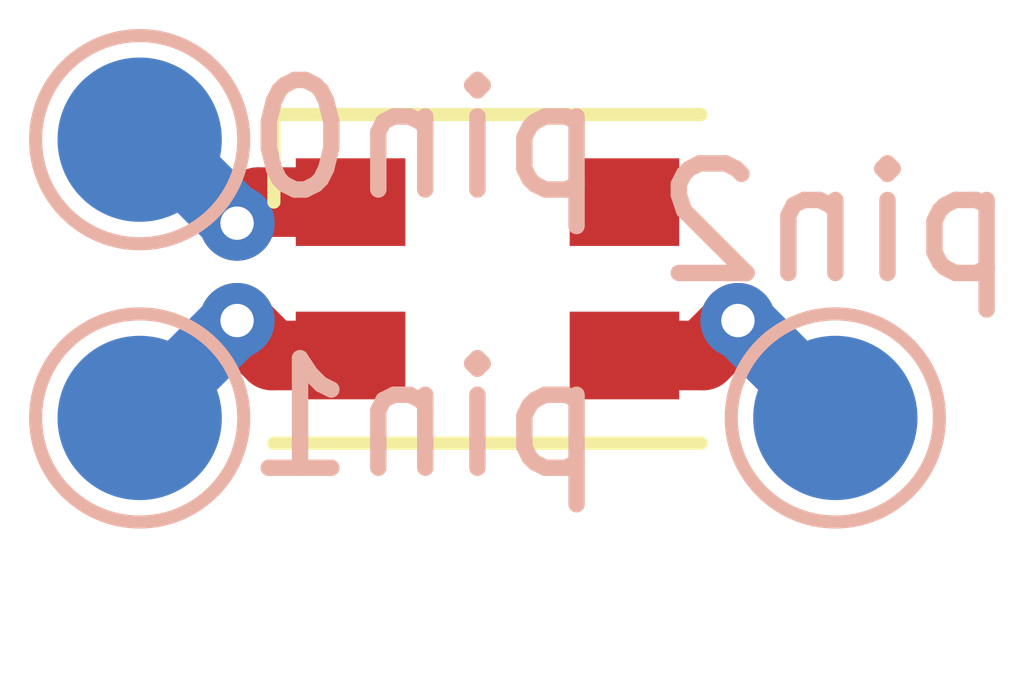
<source format=kicad_pcb>
(kicad_pcb (version 20171130) (host pcbnew "(5.1.9-0-10_14)")

  (general
    (thickness 1.6)
    (drawings 3)
    (tracks 13)
    (zones 0)
    (modules 4)
    (nets 5)
  )

  (page A4)
  (layers
    (0 F.Cu signal)
    (31 B.Cu signal)
    (32 B.Adhes user)
    (33 F.Adhes user)
    (34 B.Paste user)
    (35 F.Paste user)
    (36 B.SilkS user)
    (37 F.SilkS user)
    (38 B.Mask user)
    (39 F.Mask user)
    (40 Dwgs.User user)
    (41 Cmts.User user)
    (42 Eco1.User user)
    (43 Eco2.User user)
    (44 Edge.Cuts user)
    (45 Margin user)
    (46 B.CrtYd user hide)
    (47 F.CrtYd user hide)
    (48 B.Fab user hide)
    (49 F.Fab user hide)
  )

  (setup
    (last_trace_width 0.1524)
    (user_trace_width 0.1524)
    (user_trace_width 0.254)
    (user_trace_width 0.4064)
    (user_trace_width 0.635)
    (trace_clearance 0.1524)
    (zone_clearance 0.508)
    (zone_45_only no)
    (trace_min 0.1524)
    (via_size 0.6858)
    (via_drill 0.3048)
    (via_min_size 0.6858)
    (via_min_drill 0.3048)
    (uvia_size 0.3048)
    (uvia_drill 0.1524)
    (uvias_allowed no)
    (uvia_min_size 0.2)
    (uvia_min_drill 0.1)
    (edge_width 0.15)
    (segment_width 0.15)
    (pcb_text_width 0.3)
    (pcb_text_size 1.5 1.5)
    (mod_edge_width 0.15)
    (mod_text_size 1 1)
    (mod_text_width 0.15)
    (pad_size 1.8 1.8)
    (pad_drill 0.9)
    (pad_to_mask_clearance 0.2)
    (aux_axis_origin 0 0)
    (visible_elements FFFFFF7F)
    (pcbplotparams
      (layerselection 0x010fc_ffffffff)
      (usegerberextensions false)
      (usegerberattributes false)
      (usegerberadvancedattributes false)
      (creategerberjobfile false)
      (excludeedgelayer true)
      (linewidth 0.100000)
      (plotframeref false)
      (viasonmask false)
      (mode 1)
      (useauxorigin false)
      (hpglpennumber 1)
      (hpglpenspeed 20)
      (hpglpendiameter 15.000000)
      (psnegative false)
      (psa4output false)
      (plotreference true)
      (plotvalue true)
      (plotinvisibletext false)
      (padsonsilk false)
      (subtractmaskfromsilk false)
      (outputformat 1)
      (mirror false)
      (drillshape 1)
      (scaleselection 1)
      (outputdirectory ""))
  )

  (net 0 "")
  (net 1 "Net-(D1-Pad1)")
  (net 2 "Net-(D1-Pad3)")
  (net 3 +3V3)
  (net 4 "Net-(D1-Pad2)")

  (net_class Default "This is the default net class."
    (clearance 0.1524)
    (trace_width 0.1524)
    (via_dia 0.6858)
    (via_drill 0.3048)
    (uvia_dia 0.3048)
    (uvia_drill 0.1524)
    (diff_pair_width 0.1524)
    (diff_pair_gap 0.1524)
    (add_net +3V3)
    (add_net "Net-(D1-Pad1)")
    (add_net "Net-(D1-Pad2)")
    (add_net "Net-(D1-Pad3)")
  )

  (module TestPoint:TestPoint_Pad_D1.5mm (layer B.Cu) (tedit 5A0F774F) (tstamp 60B93C0D)
    (at -3.175 -1.27)
    (descr "SMD pad as test Point, diameter 1.5mm")
    (tags "test point SMD pad")
    (path /60B93D2A)
    (attr virtual)
    (fp_text reference L1 (at 0 1.648) (layer B.SilkS) hide
      (effects (font (size 1 1) (thickness 0.15)) (justify mirror))
    )
    (fp_text value TestPoint (at 0 -1.75) (layer B.Fab)
      (effects (font (size 1 1) (thickness 0.15)) (justify mirror))
    )
    (fp_circle (center 0 0) (end 1.25 0) (layer B.CrtYd) (width 0.05))
    (fp_circle (center 0 0) (end 0 -0.95) (layer B.SilkS) (width 0.12))
    (fp_text user %R (at 0 1.65) (layer B.Fab)
      (effects (font (size 1 1) (thickness 0.15)) (justify mirror))
    )
    (pad 1 smd circle (at 0 0) (size 1.5 1.5) (layers B.Cu B.Mask)
      (net 1 "Net-(D1-Pad1)"))
  )

  (module LED_SMD:LED_Cree-PLCC4_3.2x2.8mm_CCW (layer F.Cu) (tedit 59D415EA) (tstamp 60B96B86)
    (at 0 0)
    (descr "3.2mm x 2.8mm PLCC4 LED, http://www.cree.com/led-components/media/documents/CLV1AFKB(874).pdf")
    (tags "LED Cree PLCC-4")
    (path /60BBD1E1)
    (attr smd)
    (fp_text reference D1 (at 0 -2.65) (layer F.SilkS) hide
      (effects (font (size 1 1) (thickness 0.15)))
    )
    (fp_text value LED_RGBA (at 0 2.65) (layer F.Fab)
      (effects (font (size 1 1) (thickness 0.15)))
    )
    (fp_circle (center 0 0) (end 1.12 0) (layer F.Fab) (width 0.1))
    (fp_line (start -2.2 -1.75) (end -2.2 1.75) (layer F.CrtYd) (width 0.05))
    (fp_line (start -2.2 1.75) (end 2.2 1.75) (layer F.CrtYd) (width 0.05))
    (fp_line (start 2.2 1.75) (end 2.2 -1.75) (layer F.CrtYd) (width 0.05))
    (fp_line (start 2.2 -1.75) (end -2.2 -1.75) (layer F.CrtYd) (width 0.05))
    (fp_line (start -0.6 -1.4) (end -1.6 -0.4) (layer F.Fab) (width 0.1))
    (fp_line (start -1.6 -1.4) (end -1.6 1.4) (layer F.Fab) (width 0.1))
    (fp_line (start -1.6 1.4) (end 1.6 1.4) (layer F.Fab) (width 0.1))
    (fp_line (start 1.6 1.4) (end 1.6 -1.4) (layer F.Fab) (width 0.1))
    (fp_line (start 1.6 -1.4) (end -1.6 -1.4) (layer F.Fab) (width 0.1))
    (fp_line (start -1.95 -0.7) (end -1.95 -1.5) (layer F.SilkS) (width 0.12))
    (fp_line (start -1.95 -1.5) (end 1.95 -1.5) (layer F.SilkS) (width 0.12))
    (fp_line (start -1.95 1.5) (end 1.95 1.5) (layer F.SilkS) (width 0.12))
    (fp_text user %R (at 0 0) (layer F.Fab)
      (effects (font (size 0.5 0.5) (thickness 0.075)))
    )
    (pad 1 smd rect (at -1.25 -0.7) (size 1 0.8) (layers F.Cu F.Paste F.Mask)
      (net 1 "Net-(D1-Pad1)"))
    (pad 4 smd rect (at 1.25 -0.7) (size 1 0.8) (layers F.Cu F.Paste F.Mask)
      (net 3 +3V3))
    (pad 3 smd rect (at 1.25 0.7) (size 1 0.8) (layers F.Cu F.Paste F.Mask)
      (net 2 "Net-(D1-Pad3)"))
    (pad 2 smd rect (at -1.25 0.7) (size 1 0.8) (layers F.Cu F.Paste F.Mask)
      (net 4 "Net-(D1-Pad2)"))
    (model ${KISYS3DMOD}/LED_SMD.3dshapes/LED_Cree-PLCC4_3.2x2.8mm_CCW.wrl
      (at (xyz 0 0 0))
      (scale (xyz 1 1 1))
      (rotate (xyz 0 0 0))
    )
  )

  (module TestPoint:TestPoint_Pad_D1.5mm (layer B.Cu) (tedit 5A0F774F) (tstamp 60B96B63)
    (at -3.175 1.27)
    (descr "SMD pad as test Point, diameter 1.5mm")
    (tags "test point SMD pad")
    (path /60BC16D9)
    (attr virtual)
    (fp_text reference L2 (at 0 1.648) (layer B.SilkS) hide
      (effects (font (size 1 1) (thickness 0.15)) (justify mirror))
    )
    (fp_text value TestPoint (at 0 -1.75) (layer B.Fab)
      (effects (font (size 1 1) (thickness 0.15)) (justify mirror))
    )
    (fp_circle (center 0 0) (end 1.25 0) (layer B.CrtYd) (width 0.05))
    (fp_circle (center 0 0) (end 0 -0.95) (layer B.SilkS) (width 0.12))
    (fp_text user %R (at 0 1.65) (layer B.Fab)
      (effects (font (size 1 1) (thickness 0.15)) (justify mirror))
    )
    (pad 1 smd circle (at 0 0) (size 1.5 1.5) (layers B.Cu B.Mask)
      (net 4 "Net-(D1-Pad2)"))
  )

  (module TestPoint:TestPoint_Pad_D1.5mm (layer B.Cu) (tedit 5A0F774F) (tstamp 60B96B4E)
    (at 3.175 1.27)
    (descr "SMD pad as test Point, diameter 1.5mm")
    (tags "test point SMD pad")
    (path /60BC1964)
    (attr virtual)
    (fp_text reference L3 (at 0 1.648) (layer B.SilkS) hide
      (effects (font (size 1 1) (thickness 0.15)) (justify mirror))
    )
    (fp_text value TestPoint (at 0 -1.75) (layer B.Fab)
      (effects (font (size 1 1) (thickness 0.15)) (justify mirror))
    )
    (fp_circle (center 0 0) (end 0 -0.95) (layer B.SilkS) (width 0.12))
    (fp_circle (center 0 0) (end 1.25 0) (layer B.CrtYd) (width 0.05))
    (fp_text user %R (at 0 1.65) (layer B.Fab)
      (effects (font (size 1 1) (thickness 0.15)) (justify mirror))
    )
    (pad 1 smd circle (at 0 0) (size 1.5 1.5) (layers B.Cu B.Mask)
      (net 2 "Net-(D1-Pad3)"))
  )

  (gr_text pin2 (at 3.175 -0.508) (layer B.SilkS) (tstamp 60B96C71)
    (effects (font (size 1 1) (thickness 0.15)) (justify mirror))
  )
  (gr_text pin1 (at -2.286 1.27) (layer B.SilkS) (tstamp 60B96C6E)
    (effects (font (size 1 1) (thickness 0.15)) (justify right mirror))
  )
  (gr_text pin0 (at -2.286 -1.27) (layer B.SilkS)
    (effects (font (size 1 1) (thickness 0.15)) (justify right mirror))
  )

  (segment (start -2.094 -0.7) (end -2.286 -0.508) (width 0.635) (layer F.Cu) (net 1))
  (segment (start -1.25 -0.7) (end -2.094 -0.7) (width 0.635) (layer F.Cu) (net 1))
  (via (at -2.286 -0.508) (size 0.6858) (drill 0.3048) (layers F.Cu B.Cu) (net 1))
  (segment (start -3.048 -1.27) (end -2.286 -0.508) (width 0.635) (layer B.Cu) (net 1))
  (segment (start -3.175 -1.27) (end -3.048 -1.27) (width 0.635) (layer B.Cu) (net 1))
  (via (at 2.286 0.381) (size 0.6858) (drill 0.3048) (layers F.Cu B.Cu) (net 2))
  (segment (start 1.967 0.7) (end 2.286 0.381) (width 0.635) (layer F.Cu) (net 2))
  (segment (start 1.25 0.7) (end 1.967 0.7) (width 0.635) (layer F.Cu) (net 2))
  (segment (start 2.286 0.381) (end 3.175 1.27) (width 0.635) (layer B.Cu) (net 2))
  (via (at -2.286 0.381) (size 0.6858) (drill 0.3048) (layers F.Cu B.Cu) (net 4))
  (segment (start -2.286 0.381) (end -3.175 1.27) (width 0.635) (layer B.Cu) (net 4))
  (segment (start -1.967 0.7) (end -2.286 0.381) (width 0.635) (layer F.Cu) (net 4))
  (segment (start -1.25 0.7) (end -1.967 0.7) (width 0.635) (layer F.Cu) (net 4))

)

</source>
